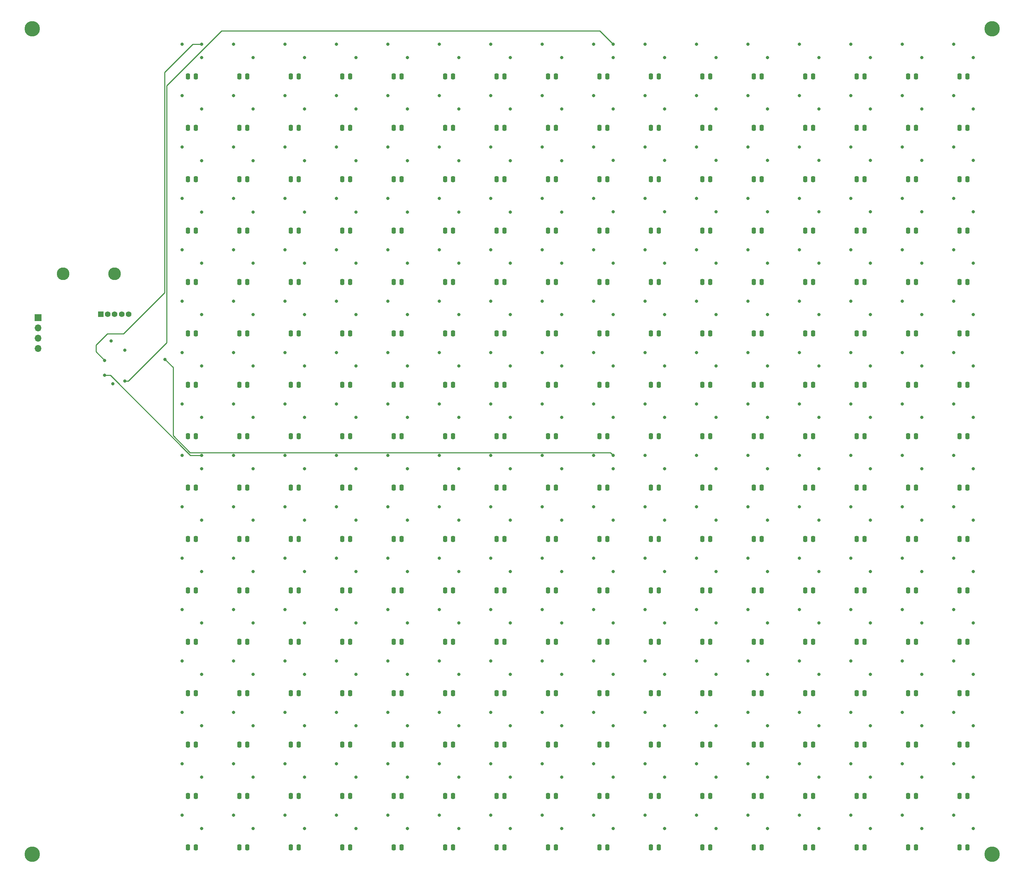
<source format=gbr>
%TF.GenerationSoftware,KiCad,Pcbnew,(7.0.0)*%
%TF.CreationDate,2023-07-18T21:48:05-06:00*%
%TF.ProjectId,led-matrix-v4,6c65642d-6d61-4747-9269-782d76342e6b,0*%
%TF.SameCoordinates,Original*%
%TF.FileFunction,Copper,L4,Bot*%
%TF.FilePolarity,Positive*%
%FSLAX46Y46*%
G04 Gerber Fmt 4.6, Leading zero omitted, Abs format (unit mm)*
G04 Created by KiCad (PCBNEW (7.0.0)) date 2023-07-18 21:48:05*
%MOMM*%
%LPD*%
G01*
G04 APERTURE LIST*
G04 Aperture macros list*
%AMRoundRect*
0 Rectangle with rounded corners*
0 $1 Rounding radius*
0 $2 $3 $4 $5 $6 $7 $8 $9 X,Y pos of 4 corners*
0 Add a 4 corners polygon primitive as box body*
4,1,4,$2,$3,$4,$5,$6,$7,$8,$9,$2,$3,0*
0 Add four circle primitives for the rounded corners*
1,1,$1+$1,$2,$3*
1,1,$1+$1,$4,$5*
1,1,$1+$1,$6,$7*
1,1,$1+$1,$8,$9*
0 Add four rect primitives between the rounded corners*
20,1,$1+$1,$2,$3,$4,$5,0*
20,1,$1+$1,$4,$5,$6,$7,0*
20,1,$1+$1,$6,$7,$8,$9,0*
20,1,$1+$1,$8,$9,$2,$3,0*%
G04 Aperture macros list end*
%TA.AperFunction,ComponentPad*%
%ADD10R,1.422400X1.422400*%
%TD*%
%TA.AperFunction,ComponentPad*%
%ADD11C,1.422400*%
%TD*%
%TA.AperFunction,ComponentPad*%
%ADD12R,1.700000X1.700000*%
%TD*%
%TA.AperFunction,ComponentPad*%
%ADD13O,1.700000X1.700000*%
%TD*%
%TA.AperFunction,ComponentPad*%
%ADD14C,3.800000*%
%TD*%
%TA.AperFunction,SMDPad,CuDef*%
%ADD15RoundRect,0.250000X0.250000X0.475000X-0.250000X0.475000X-0.250000X-0.475000X0.250000X-0.475000X0*%
%TD*%
%TA.AperFunction,ComponentPad*%
%ADD16C,3.126000*%
%TD*%
%TA.AperFunction,ViaPad*%
%ADD17C,0.800000*%
%TD*%
%TA.AperFunction,Conductor*%
%ADD18C,0.250000*%
%TD*%
G04 APERTURE END LIST*
D10*
%TO.P,PS1,1,REMOTE_ON/OFF_CTRL*%
%TO.N,unconnected-(PS1-REMOTE_ON{slash}OFF_CTRL-Pad1)*%
X60999999Y-115524999D03*
D11*
%TO.P,PS1,2,+VIN*%
%TO.N,Net-(PS1-+VIN)*%
X62700000Y-115525000D03*
%TO.P,PS1,3,GND*%
%TO.N,GND*%
X64400000Y-115525000D03*
%TO.P,PS1,4,+VOUT*%
%TO.N,VDD*%
X66100000Y-115525000D03*
%TO.P,PS1,5,OUTPUT_TRIM*%
%TO.N,Net-(PS1-OUTPUT_TRIM)*%
X67800000Y-115525000D03*
%TD*%
D12*
%TO.P,J1,1,Pin_1*%
%TO.N,Net-(J1-Pin_1)*%
X45499999Y-116399999D03*
D13*
%TO.P,J1,2,Pin_2*%
%TO.N,Net-(J1-Pin_2)*%
X45499999Y-118939999D03*
%TO.P,J1,3,Pin_3*%
%TO.N,Net-(J1-Pin_3)*%
X45499999Y-121479999D03*
%TO.P,J1,4,Pin_4*%
%TO.N,Net-(J1-Pin_4)*%
X45499999Y-124019999D03*
%TD*%
D14*
%TO.P,REF\u002A\u002A,1*%
%TO.N,GND*%
X44000000Y-45000000D03*
%TD*%
%TO.P,REF\u002A\u002A,1*%
%TO.N,GND*%
X44000000Y-249000000D03*
%TD*%
%TO.P,REF\u002A\u002A,1*%
%TO.N,GND*%
X281000000Y-45000000D03*
%TD*%
%TO.P,REF\u002A\u002A,1*%
%TO.N,GND*%
X281000000Y-249000000D03*
%TD*%
D15*
%TO.P,C228,1*%
%TO.N,VDD*%
X224100000Y-209200000D03*
%TO.P,C228,2*%
%TO.N,GND*%
X222200000Y-209200000D03*
%TD*%
%TO.P,C36,1*%
%TO.N,VDD*%
X122500000Y-107600000D03*
%TO.P,C36,2*%
%TO.N,GND*%
X120600000Y-107600000D03*
%TD*%
%TO.P,C19,1*%
%TO.N,VDD*%
X109800000Y-82200000D03*
%TO.P,C19,2*%
%TO.N,GND*%
X107900000Y-82200000D03*
%TD*%
%TO.P,C90,1*%
%TO.N,VDD*%
X160600000Y-196500000D03*
%TO.P,C90,2*%
%TO.N,GND*%
X158700000Y-196500000D03*
%TD*%
%TO.P,C208,1*%
%TO.N,VDD*%
X186000000Y-171100000D03*
%TO.P,C208,2*%
%TO.N,GND*%
X184100000Y-171100000D03*
%TD*%
%TO.P,C153,1*%
%TO.N,VDD*%
X274900000Y-94900000D03*
%TO.P,C153,2*%
%TO.N,GND*%
X273000000Y-94900000D03*
%TD*%
%TO.P,C47,1*%
%TO.N,VDD*%
X97100000Y-120300000D03*
%TO.P,C47,2*%
%TO.N,GND*%
X95200000Y-120300000D03*
%TD*%
%TO.P,C200,1*%
%TO.N,VDD*%
X274900000Y-158400000D03*
%TO.P,C200,2*%
%TO.N,GND*%
X273000000Y-158400000D03*
%TD*%
%TO.P,C28,1*%
%TO.N,VDD*%
X135200000Y-94900000D03*
%TO.P,C28,2*%
%TO.N,GND*%
X133300000Y-94900000D03*
%TD*%
%TO.P,C173,1*%
%TO.N,VDD*%
X224100000Y-120300000D03*
%TO.P,C173,2*%
%TO.N,GND*%
X222200000Y-120300000D03*
%TD*%
%TO.P,C220,1*%
%TO.N,VDD*%
X236800000Y-196500000D03*
%TO.P,C220,2*%
%TO.N,GND*%
X234900000Y-196500000D03*
%TD*%
%TO.P,C113,1*%
%TO.N,VDD*%
X84400000Y-234600000D03*
%TO.P,C113,2*%
%TO.N,GND*%
X82500000Y-234600000D03*
%TD*%
%TO.P,C100,1*%
%TO.N,VDD*%
X122500000Y-209200000D03*
%TO.P,C100,2*%
%TO.N,GND*%
X120600000Y-209200000D03*
%TD*%
%TO.P,C162,1*%
%TO.N,VDD*%
X198700000Y-107600000D03*
%TO.P,C162,2*%
%TO.N,GND*%
X196800000Y-107600000D03*
%TD*%
%TO.P,C215,1*%
%TO.N,VDD*%
X262200000Y-183800000D03*
%TO.P,C215,2*%
%TO.N,GND*%
X260300000Y-183800000D03*
%TD*%
%TO.P,C27,1*%
%TO.N,VDD*%
X147900000Y-94900000D03*
%TO.P,C27,2*%
%TO.N,GND*%
X146000000Y-94900000D03*
%TD*%
%TO.P,C53,1*%
%TO.N,VDD*%
X135200000Y-133000000D03*
%TO.P,C53,2*%
%TO.N,GND*%
X133300000Y-133000000D03*
%TD*%
%TO.P,C59,1*%
%TO.N,VDD*%
X147900000Y-145700000D03*
%TO.P,C59,2*%
%TO.N,GND*%
X146000000Y-145700000D03*
%TD*%
%TO.P,C256,1*%
%TO.N,VDD*%
X186000000Y-247300000D03*
%TO.P,C256,2*%
%TO.N,GND*%
X184100000Y-247300000D03*
%TD*%
%TO.P,C125,1*%
%TO.N,VDD*%
X122500000Y-247300000D03*
%TO.P,C125,2*%
%TO.N,GND*%
X120600000Y-247300000D03*
%TD*%
%TO.P,C23,1*%
%TO.N,VDD*%
X160600000Y-82200000D03*
%TO.P,C23,2*%
%TO.N,GND*%
X158700000Y-82200000D03*
%TD*%
%TO.P,C167,1*%
%TO.N,VDD*%
X262200000Y-107600000D03*
%TO.P,C167,2*%
%TO.N,GND*%
X260300000Y-107600000D03*
%TD*%
%TO.P,C108,1*%
%TO.N,VDD*%
X135200000Y-221900000D03*
%TO.P,C108,2*%
%TO.N,GND*%
X133300000Y-221900000D03*
%TD*%
%TO.P,C166,1*%
%TO.N,VDD*%
X249500000Y-107600000D03*
%TO.P,C166,2*%
%TO.N,GND*%
X247600000Y-107600000D03*
%TD*%
%TO.P,C52,1*%
%TO.N,VDD*%
X122500000Y-133000000D03*
%TO.P,C52,2*%
%TO.N,GND*%
X120600000Y-133000000D03*
%TD*%
%TO.P,C140,1*%
%TO.N,VDD*%
X236800000Y-69500000D03*
%TO.P,C140,2*%
%TO.N,GND*%
X234900000Y-69500000D03*
%TD*%
%TO.P,C150,1*%
%TO.N,VDD*%
X249500000Y-82200000D03*
%TO.P,C150,2*%
%TO.N,GND*%
X247600000Y-82200000D03*
%TD*%
%TO.P,C135,1*%
%TO.N,VDD*%
X262200000Y-56800000D03*
%TO.P,C135,2*%
%TO.N,GND*%
X260300000Y-56800000D03*
%TD*%
%TO.P,C211,1*%
%TO.N,VDD*%
X211400000Y-183800000D03*
%TO.P,C211,2*%
%TO.N,GND*%
X209500000Y-183800000D03*
%TD*%
%TO.P,C73,1*%
%TO.N,VDD*%
X173300000Y-171100000D03*
%TO.P,C73,2*%
%TO.N,GND*%
X171400000Y-171100000D03*
%TD*%
%TO.P,C172,1*%
%TO.N,VDD*%
X236800000Y-120300000D03*
%TO.P,C172,2*%
%TO.N,GND*%
X234900000Y-120300000D03*
%TD*%
%TO.P,C196,1*%
%TO.N,VDD*%
X224100000Y-158400000D03*
%TO.P,C196,2*%
%TO.N,GND*%
X222200000Y-158400000D03*
%TD*%
%TO.P,C199,1*%
%TO.N,VDD*%
X262200000Y-158400000D03*
%TO.P,C199,2*%
%TO.N,GND*%
X260300000Y-158400000D03*
%TD*%
%TO.P,C65,1*%
%TO.N,VDD*%
X84400000Y-158400000D03*
%TO.P,C65,2*%
%TO.N,GND*%
X82500000Y-158400000D03*
%TD*%
%TO.P,C4,1*%
%TO.N,VDD*%
X122500000Y-56800000D03*
%TO.P,C4,2*%
%TO.N,GND*%
X120600000Y-56800000D03*
%TD*%
%TO.P,C239,1*%
%TO.N,VDD*%
X198700000Y-221900000D03*
%TO.P,C239,2*%
%TO.N,GND*%
X196800000Y-221900000D03*
%TD*%
%TO.P,C78,1*%
%TO.N,VDD*%
X109800000Y-171100000D03*
%TO.P,C78,2*%
%TO.N,GND*%
X107900000Y-171100000D03*
%TD*%
%TO.P,C242,1*%
%TO.N,VDD*%
X198700000Y-234600000D03*
%TO.P,C242,2*%
%TO.N,GND*%
X196800000Y-234600000D03*
%TD*%
%TO.P,C243,1*%
%TO.N,VDD*%
X211400000Y-234600000D03*
%TO.P,C243,2*%
%TO.N,GND*%
X209500000Y-234600000D03*
%TD*%
%TO.P,C210,1*%
%TO.N,VDD*%
X198700000Y-183800000D03*
%TO.P,C210,2*%
%TO.N,GND*%
X196800000Y-183800000D03*
%TD*%
%TO.P,C88,1*%
%TO.N,VDD*%
X173300000Y-183800000D03*
%TO.P,C88,2*%
%TO.N,GND*%
X171400000Y-183800000D03*
%TD*%
%TO.P,C67,1*%
%TO.N,VDD*%
X109800000Y-158400000D03*
%TO.P,C67,2*%
%TO.N,GND*%
X107900000Y-158400000D03*
%TD*%
%TO.P,C231,1*%
%TO.N,VDD*%
X262200000Y-209200000D03*
%TO.P,C231,2*%
%TO.N,GND*%
X260300000Y-209200000D03*
%TD*%
%TO.P,C112,1*%
%TO.N,VDD*%
X84400000Y-221900000D03*
%TO.P,C112,2*%
%TO.N,GND*%
X82500000Y-221900000D03*
%TD*%
%TO.P,C136,1*%
%TO.N,VDD*%
X274900000Y-56800000D03*
%TO.P,C136,2*%
%TO.N,GND*%
X273000000Y-56800000D03*
%TD*%
%TO.P,C193,1*%
%TO.N,VDD*%
X186000000Y-158400000D03*
%TO.P,C193,2*%
%TO.N,GND*%
X184100000Y-158400000D03*
%TD*%
%TO.P,C17,1*%
%TO.N,VDD*%
X84400000Y-82200000D03*
%TO.P,C17,2*%
%TO.N,GND*%
X82500000Y-82200000D03*
%TD*%
%TO.P,C158,1*%
%TO.N,VDD*%
X211400000Y-94900000D03*
%TO.P,C158,2*%
%TO.N,GND*%
X209500000Y-94900000D03*
%TD*%
%TO.P,C160,1*%
%TO.N,VDD*%
X186000000Y-94900000D03*
%TO.P,C160,2*%
%TO.N,GND*%
X184100000Y-94900000D03*
%TD*%
%TO.P,C101,1*%
%TO.N,VDD*%
X135200000Y-209200000D03*
%TO.P,C101,2*%
%TO.N,GND*%
X133300000Y-209200000D03*
%TD*%
%TO.P,C185,1*%
%TO.N,VDD*%
X274900000Y-145700000D03*
%TO.P,C185,2*%
%TO.N,GND*%
X273000000Y-145700000D03*
%TD*%
%TO.P,C99,1*%
%TO.N,VDD*%
X109800000Y-209200000D03*
%TO.P,C99,2*%
%TO.N,GND*%
X107900000Y-209200000D03*
%TD*%
%TO.P,C76,1*%
%TO.N,VDD*%
X135200000Y-171100000D03*
%TO.P,C76,2*%
%TO.N,GND*%
X133300000Y-171100000D03*
%TD*%
%TO.P,C70,1*%
%TO.N,VDD*%
X147900000Y-158400000D03*
%TO.P,C70,2*%
%TO.N,GND*%
X146000000Y-158400000D03*
%TD*%
%TO.P,C84,1*%
%TO.N,VDD*%
X122500000Y-183800000D03*
%TO.P,C84,2*%
%TO.N,GND*%
X120600000Y-183800000D03*
%TD*%
%TO.P,C226,1*%
%TO.N,VDD*%
X198700000Y-209200000D03*
%TO.P,C226,2*%
%TO.N,GND*%
X196800000Y-209200000D03*
%TD*%
%TO.P,C72,1*%
%TO.N,VDD*%
X173300000Y-158400000D03*
%TO.P,C72,2*%
%TO.N,GND*%
X171400000Y-158400000D03*
%TD*%
%TO.P,C223,1*%
%TO.N,VDD*%
X198700000Y-196500000D03*
%TO.P,C223,2*%
%TO.N,GND*%
X196800000Y-196500000D03*
%TD*%
%TO.P,C50,1*%
%TO.N,VDD*%
X97100000Y-133000000D03*
%TO.P,C50,2*%
%TO.N,GND*%
X95200000Y-133000000D03*
%TD*%
%TO.P,C39,1*%
%TO.N,VDD*%
X160600000Y-107600000D03*
%TO.P,C39,2*%
%TO.N,GND*%
X158700000Y-107600000D03*
%TD*%
%TO.P,C41,1*%
%TO.N,VDD*%
X173300000Y-120300000D03*
%TO.P,C41,2*%
%TO.N,GND*%
X171400000Y-120300000D03*
%TD*%
%TO.P,C25,1*%
%TO.N,VDD*%
X173300000Y-94900000D03*
%TO.P,C25,2*%
%TO.N,GND*%
X171400000Y-94900000D03*
%TD*%
%TO.P,C33,1*%
%TO.N,VDD*%
X84400000Y-107600000D03*
%TO.P,C33,2*%
%TO.N,GND*%
X82500000Y-107600000D03*
%TD*%
%TO.P,C232,1*%
%TO.N,VDD*%
X274900000Y-209200000D03*
%TO.P,C232,2*%
%TO.N,GND*%
X273000000Y-209200000D03*
%TD*%
%TO.P,C109,1*%
%TO.N,VDD*%
X122500000Y-221900000D03*
%TO.P,C109,2*%
%TO.N,GND*%
X120600000Y-221900000D03*
%TD*%
%TO.P,C44,1*%
%TO.N,VDD*%
X135200000Y-120300000D03*
%TO.P,C44,2*%
%TO.N,GND*%
X133300000Y-120300000D03*
%TD*%
%TO.P,C251,1*%
%TO.N,VDD*%
X249500000Y-247300000D03*
%TO.P,C251,2*%
%TO.N,GND*%
X247600000Y-247300000D03*
%TD*%
%TO.P,C168,1*%
%TO.N,VDD*%
X274900000Y-107600000D03*
%TO.P,C168,2*%
%TO.N,GND*%
X273000000Y-107600000D03*
%TD*%
%TO.P,C130,1*%
%TO.N,VDD*%
X198700000Y-56800000D03*
%TO.P,C130,2*%
%TO.N,GND*%
X196800000Y-56800000D03*
%TD*%
%TO.P,C222,1*%
%TO.N,VDD*%
X211400000Y-196500000D03*
%TO.P,C222,2*%
%TO.N,GND*%
X209500000Y-196500000D03*
%TD*%
%TO.P,C147,1*%
%TO.N,VDD*%
X211400000Y-82200000D03*
%TO.P,C147,2*%
%TO.N,GND*%
X209500000Y-82200000D03*
%TD*%
%TO.P,C237,1*%
%TO.N,VDD*%
X224100000Y-221900000D03*
%TO.P,C237,2*%
%TO.N,GND*%
X222200000Y-221900000D03*
%TD*%
%TO.P,C82,1*%
%TO.N,VDD*%
X97100000Y-183800000D03*
%TO.P,C82,2*%
%TO.N,GND*%
X95200000Y-183800000D03*
%TD*%
%TO.P,C1,1*%
%TO.N,VDD*%
X84400000Y-56800000D03*
%TO.P,C1,2*%
%TO.N,GND*%
X82500000Y-56800000D03*
%TD*%
%TO.P,C213,1*%
%TO.N,VDD*%
X236800000Y-183800000D03*
%TO.P,C213,2*%
%TO.N,GND*%
X234900000Y-183800000D03*
%TD*%
%TO.P,C35,1*%
%TO.N,VDD*%
X109800000Y-107600000D03*
%TO.P,C35,2*%
%TO.N,GND*%
X107900000Y-107600000D03*
%TD*%
%TO.P,C77,1*%
%TO.N,VDD*%
X122500000Y-171100000D03*
%TO.P,C77,2*%
%TO.N,GND*%
X120600000Y-171100000D03*
%TD*%
%TO.P,C138,1*%
%TO.N,VDD*%
X262200000Y-69500000D03*
%TO.P,C138,2*%
%TO.N,GND*%
X260300000Y-69500000D03*
%TD*%
%TO.P,C204,1*%
%TO.N,VDD*%
X236800000Y-171100000D03*
%TO.P,C204,2*%
%TO.N,GND*%
X234900000Y-171100000D03*
%TD*%
%TO.P,C157,1*%
%TO.N,VDD*%
X224100000Y-94900000D03*
%TO.P,C157,2*%
%TO.N,GND*%
X222200000Y-94900000D03*
%TD*%
%TO.P,C155,1*%
%TO.N,VDD*%
X249500000Y-94900000D03*
%TO.P,C155,2*%
%TO.N,GND*%
X247600000Y-94900000D03*
%TD*%
%TO.P,C119,1*%
%TO.N,VDD*%
X160600000Y-234600000D03*
%TO.P,C119,2*%
%TO.N,GND*%
X158700000Y-234600000D03*
%TD*%
%TO.P,C206,1*%
%TO.N,VDD*%
X211400000Y-171100000D03*
%TO.P,C206,2*%
%TO.N,GND*%
X209500000Y-171100000D03*
%TD*%
%TO.P,C61,1*%
%TO.N,VDD*%
X122500000Y-145700000D03*
%TO.P,C61,2*%
%TO.N,GND*%
X120600000Y-145700000D03*
%TD*%
%TO.P,C207,1*%
%TO.N,VDD*%
X198700000Y-171100000D03*
%TO.P,C207,2*%
%TO.N,GND*%
X196800000Y-171100000D03*
%TD*%
%TO.P,C221,1*%
%TO.N,VDD*%
X224100000Y-196500000D03*
%TO.P,C221,2*%
%TO.N,GND*%
X222200000Y-196500000D03*
%TD*%
%TO.P,C230,1*%
%TO.N,VDD*%
X249500000Y-209200000D03*
%TO.P,C230,2*%
%TO.N,GND*%
X247600000Y-209200000D03*
%TD*%
%TO.P,C9,1*%
%TO.N,VDD*%
X173300000Y-69500000D03*
%TO.P,C9,2*%
%TO.N,GND*%
X171400000Y-69500000D03*
%TD*%
%TO.P,C79,1*%
%TO.N,VDD*%
X97100000Y-171100000D03*
%TO.P,C79,2*%
%TO.N,GND*%
X95200000Y-171100000D03*
%TD*%
%TO.P,C252,1*%
%TO.N,VDD*%
X236800000Y-247300000D03*
%TO.P,C252,2*%
%TO.N,GND*%
X234900000Y-247300000D03*
%TD*%
%TO.P,C143,1*%
%TO.N,VDD*%
X198700000Y-69500000D03*
%TO.P,C143,2*%
%TO.N,GND*%
X196800000Y-69500000D03*
%TD*%
%TO.P,C188,1*%
%TO.N,VDD*%
X236800000Y-145700000D03*
%TO.P,C188,2*%
%TO.N,GND*%
X234900000Y-145700000D03*
%TD*%
%TO.P,C121,1*%
%TO.N,VDD*%
X173300000Y-247300000D03*
%TO.P,C121,2*%
%TO.N,GND*%
X171400000Y-247300000D03*
%TD*%
%TO.P,C192,1*%
%TO.N,VDD*%
X186000000Y-145700000D03*
%TO.P,C192,2*%
%TO.N,GND*%
X184100000Y-145700000D03*
%TD*%
%TO.P,C7,1*%
%TO.N,VDD*%
X160600000Y-56800000D03*
%TO.P,C7,2*%
%TO.N,GND*%
X158700000Y-56800000D03*
%TD*%
%TO.P,C16,1*%
%TO.N,VDD*%
X84400000Y-69500000D03*
%TO.P,C16,2*%
%TO.N,GND*%
X82500000Y-69500000D03*
%TD*%
%TO.P,C152,1*%
%TO.N,VDD*%
X274900000Y-82200000D03*
%TO.P,C152,2*%
%TO.N,GND*%
X273000000Y-82200000D03*
%TD*%
%TO.P,C187,1*%
%TO.N,VDD*%
X249500000Y-145700000D03*
%TO.P,C187,2*%
%TO.N,GND*%
X247600000Y-145700000D03*
%TD*%
%TO.P,C212,1*%
%TO.N,VDD*%
X224100000Y-183800000D03*
%TO.P,C212,2*%
%TO.N,GND*%
X222200000Y-183800000D03*
%TD*%
%TO.P,C198,1*%
%TO.N,VDD*%
X249500000Y-158400000D03*
%TO.P,C198,2*%
%TO.N,GND*%
X247600000Y-158400000D03*
%TD*%
%TO.P,C194,1*%
%TO.N,VDD*%
X198700000Y-158400000D03*
%TO.P,C194,2*%
%TO.N,GND*%
X196800000Y-158400000D03*
%TD*%
%TO.P,C144,1*%
%TO.N,VDD*%
X186000000Y-69500000D03*
%TO.P,C144,2*%
%TO.N,GND*%
X184100000Y-69500000D03*
%TD*%
%TO.P,C129,1*%
%TO.N,VDD*%
X186000000Y-56800000D03*
%TO.P,C129,2*%
%TO.N,GND*%
X184100000Y-56800000D03*
%TD*%
%TO.P,C142,1*%
%TO.N,VDD*%
X211400000Y-69500000D03*
%TO.P,C142,2*%
%TO.N,GND*%
X209500000Y-69500000D03*
%TD*%
%TO.P,C191,1*%
%TO.N,VDD*%
X198700000Y-145700000D03*
%TO.P,C191,2*%
%TO.N,GND*%
X196800000Y-145700000D03*
%TD*%
%TO.P,C37,1*%
%TO.N,VDD*%
X135200000Y-107600000D03*
%TO.P,C37,2*%
%TO.N,GND*%
X133300000Y-107600000D03*
%TD*%
%TO.P,C248,1*%
%TO.N,VDD*%
X274900000Y-234600000D03*
%TO.P,C248,2*%
%TO.N,GND*%
X273000000Y-234600000D03*
%TD*%
%TO.P,C240,1*%
%TO.N,VDD*%
X186000000Y-221900000D03*
%TO.P,C240,2*%
%TO.N,GND*%
X184100000Y-221900000D03*
%TD*%
%TO.P,C159,1*%
%TO.N,VDD*%
X198700000Y-94900000D03*
%TO.P,C159,2*%
%TO.N,GND*%
X196800000Y-94900000D03*
%TD*%
%TO.P,C236,1*%
%TO.N,VDD*%
X236800000Y-221900000D03*
%TO.P,C236,2*%
%TO.N,GND*%
X234900000Y-221900000D03*
%TD*%
%TO.P,C137,1*%
%TO.N,VDD*%
X274900000Y-69500000D03*
%TO.P,C137,2*%
%TO.N,GND*%
X273000000Y-69500000D03*
%TD*%
%TO.P,C95,1*%
%TO.N,VDD*%
X97100000Y-196500000D03*
%TO.P,C95,2*%
%TO.N,GND*%
X95200000Y-196500000D03*
%TD*%
%TO.P,C224,1*%
%TO.N,VDD*%
X186000000Y-196500000D03*
%TO.P,C224,2*%
%TO.N,GND*%
X184100000Y-196500000D03*
%TD*%
%TO.P,C55,1*%
%TO.N,VDD*%
X160600000Y-133000000D03*
%TO.P,C55,2*%
%TO.N,GND*%
X158700000Y-133000000D03*
%TD*%
%TO.P,C169,1*%
%TO.N,VDD*%
X274900000Y-120300000D03*
%TO.P,C169,2*%
%TO.N,GND*%
X273000000Y-120300000D03*
%TD*%
%TO.P,C146,1*%
%TO.N,VDD*%
X198700000Y-82200000D03*
%TO.P,C146,2*%
%TO.N,GND*%
X196800000Y-82200000D03*
%TD*%
%TO.P,C132,1*%
%TO.N,VDD*%
X224100000Y-56800000D03*
%TO.P,C132,2*%
%TO.N,GND*%
X222200000Y-56800000D03*
%TD*%
%TO.P,C209,1*%
%TO.N,VDD*%
X186000000Y-183800000D03*
%TO.P,C209,2*%
%TO.N,GND*%
X184100000Y-183800000D03*
%TD*%
%TO.P,C244,1*%
%TO.N,VDD*%
X224100000Y-234600000D03*
%TO.P,C244,2*%
%TO.N,GND*%
X222200000Y-234600000D03*
%TD*%
%TO.P,C31,1*%
%TO.N,VDD*%
X97100000Y-94900000D03*
%TO.P,C31,2*%
%TO.N,GND*%
X95200000Y-94900000D03*
%TD*%
%TO.P,C64,1*%
%TO.N,VDD*%
X84400000Y-145700000D03*
%TO.P,C64,2*%
%TO.N,GND*%
X82500000Y-145700000D03*
%TD*%
%TO.P,C18,1*%
%TO.N,VDD*%
X97100000Y-82200000D03*
%TO.P,C18,2*%
%TO.N,GND*%
X95200000Y-82200000D03*
%TD*%
%TO.P,C56,1*%
%TO.N,VDD*%
X173300000Y-133000000D03*
%TO.P,C56,2*%
%TO.N,GND*%
X171400000Y-133000000D03*
%TD*%
%TO.P,C80,1*%
%TO.N,VDD*%
X84400000Y-171100000D03*
%TO.P,C80,2*%
%TO.N,GND*%
X82500000Y-171100000D03*
%TD*%
%TO.P,C134,1*%
%TO.N,VDD*%
X249500000Y-56800000D03*
%TO.P,C134,2*%
%TO.N,GND*%
X247600000Y-56800000D03*
%TD*%
%TO.P,C111,1*%
%TO.N,VDD*%
X97100000Y-221900000D03*
%TO.P,C111,2*%
%TO.N,GND*%
X95200000Y-221900000D03*
%TD*%
%TO.P,C69,1*%
%TO.N,VDD*%
X135200000Y-158400000D03*
%TO.P,C69,2*%
%TO.N,GND*%
X133300000Y-158400000D03*
%TD*%
%TO.P,C93,1*%
%TO.N,VDD*%
X122500000Y-196500000D03*
%TO.P,C93,2*%
%TO.N,GND*%
X120600000Y-196500000D03*
%TD*%
%TO.P,C184,1*%
%TO.N,VDD*%
X274900000Y-133000000D03*
%TO.P,C184,2*%
%TO.N,GND*%
X273000000Y-133000000D03*
%TD*%
%TO.P,C66,1*%
%TO.N,VDD*%
X97100000Y-158400000D03*
%TO.P,C66,2*%
%TO.N,GND*%
X95200000Y-158400000D03*
%TD*%
%TO.P,C87,1*%
%TO.N,VDD*%
X160600000Y-183800000D03*
%TO.P,C87,2*%
%TO.N,GND*%
X158700000Y-183800000D03*
%TD*%
%TO.P,C5,1*%
%TO.N,VDD*%
X135200000Y-56800000D03*
%TO.P,C5,2*%
%TO.N,GND*%
X133300000Y-56800000D03*
%TD*%
%TO.P,C171,1*%
%TO.N,VDD*%
X249500000Y-120300000D03*
%TO.P,C171,2*%
%TO.N,GND*%
X247600000Y-120300000D03*
%TD*%
%TO.P,C20,1*%
%TO.N,VDD*%
X122500000Y-82200000D03*
%TO.P,C20,2*%
%TO.N,GND*%
X120600000Y-82200000D03*
%TD*%
%TO.P,C68,1*%
%TO.N,VDD*%
X122500000Y-158400000D03*
%TO.P,C68,2*%
%TO.N,GND*%
X120600000Y-158400000D03*
%TD*%
%TO.P,C81,1*%
%TO.N,VDD*%
X84400000Y-183800000D03*
%TO.P,C81,2*%
%TO.N,GND*%
X82500000Y-183800000D03*
%TD*%
%TO.P,C156,1*%
%TO.N,VDD*%
X236800000Y-94900000D03*
%TO.P,C156,2*%
%TO.N,GND*%
X234900000Y-94900000D03*
%TD*%
%TO.P,C107,1*%
%TO.N,VDD*%
X147900000Y-221900000D03*
%TO.P,C107,2*%
%TO.N,GND*%
X146000000Y-221900000D03*
%TD*%
%TO.P,C98,1*%
%TO.N,VDD*%
X97100000Y-209200000D03*
%TO.P,C98,2*%
%TO.N,GND*%
X95200000Y-209200000D03*
%TD*%
%TO.P,C216,1*%
%TO.N,VDD*%
X274900000Y-183800000D03*
%TO.P,C216,2*%
%TO.N,GND*%
X273000000Y-183800000D03*
%TD*%
%TO.P,C63,1*%
%TO.N,VDD*%
X97100000Y-145700000D03*
%TO.P,C63,2*%
%TO.N,GND*%
X95200000Y-145700000D03*
%TD*%
%TO.P,C13,1*%
%TO.N,VDD*%
X122500000Y-69500000D03*
%TO.P,C13,2*%
%TO.N,GND*%
X120600000Y-69500000D03*
%TD*%
%TO.P,C180,1*%
%TO.N,VDD*%
X224100000Y-133000000D03*
%TO.P,C180,2*%
%TO.N,GND*%
X222200000Y-133000000D03*
%TD*%
%TO.P,C106,1*%
%TO.N,VDD*%
X160600000Y-221900000D03*
%TO.P,C106,2*%
%TO.N,GND*%
X158700000Y-221900000D03*
%TD*%
%TO.P,C15,1*%
%TO.N,VDD*%
X97100000Y-69500000D03*
%TO.P,C15,2*%
%TO.N,GND*%
X95200000Y-69500000D03*
%TD*%
%TO.P,C38,1*%
%TO.N,VDD*%
X147900000Y-107600000D03*
%TO.P,C38,2*%
%TO.N,GND*%
X146000000Y-107600000D03*
%TD*%
%TO.P,C22,1*%
%TO.N,VDD*%
X147900000Y-82200000D03*
%TO.P,C22,2*%
%TO.N,GND*%
X146000000Y-82200000D03*
%TD*%
%TO.P,C115,1*%
%TO.N,VDD*%
X109800000Y-234600000D03*
%TO.P,C115,2*%
%TO.N,GND*%
X107900000Y-234600000D03*
%TD*%
%TO.P,C148,1*%
%TO.N,VDD*%
X224100000Y-82200000D03*
%TO.P,C148,2*%
%TO.N,GND*%
X222200000Y-82200000D03*
%TD*%
%TO.P,C49,1*%
%TO.N,VDD*%
X84400000Y-133000000D03*
%TO.P,C49,2*%
%TO.N,GND*%
X82500000Y-133000000D03*
%TD*%
%TO.P,C190,1*%
%TO.N,VDD*%
X211400000Y-145700000D03*
%TO.P,C190,2*%
%TO.N,GND*%
X209500000Y-145700000D03*
%TD*%
%TO.P,C58,1*%
%TO.N,VDD*%
X160600000Y-145700000D03*
%TO.P,C58,2*%
%TO.N,GND*%
X158700000Y-145700000D03*
%TD*%
%TO.P,C197,1*%
%TO.N,VDD*%
X236800000Y-158400000D03*
%TO.P,C197,2*%
%TO.N,GND*%
X234900000Y-158400000D03*
%TD*%
%TO.P,C118,1*%
%TO.N,VDD*%
X147900000Y-234600000D03*
%TO.P,C118,2*%
%TO.N,GND*%
X146000000Y-234600000D03*
%TD*%
%TO.P,C149,1*%
%TO.N,VDD*%
X236800000Y-82200000D03*
%TO.P,C149,2*%
%TO.N,GND*%
X234900000Y-82200000D03*
%TD*%
%TO.P,C57,1*%
%TO.N,VDD*%
X173300000Y-145700000D03*
%TO.P,C57,2*%
%TO.N,GND*%
X171400000Y-145700000D03*
%TD*%
%TO.P,C219,1*%
%TO.N,VDD*%
X249500000Y-196500000D03*
%TO.P,C219,2*%
%TO.N,GND*%
X247600000Y-196500000D03*
%TD*%
%TO.P,C189,1*%
%TO.N,VDD*%
X224100000Y-145700000D03*
%TO.P,C189,2*%
%TO.N,GND*%
X222200000Y-145700000D03*
%TD*%
%TO.P,C127,1*%
%TO.N,VDD*%
X97100000Y-247300000D03*
%TO.P,C127,2*%
%TO.N,GND*%
X95200000Y-247300000D03*
%TD*%
%TO.P,C203,1*%
%TO.N,VDD*%
X249500000Y-171100000D03*
%TO.P,C203,2*%
%TO.N,GND*%
X247600000Y-171100000D03*
%TD*%
%TO.P,C235,1*%
%TO.N,VDD*%
X249500000Y-221900000D03*
%TO.P,C235,2*%
%TO.N,GND*%
X247600000Y-221900000D03*
%TD*%
%TO.P,C30,1*%
%TO.N,VDD*%
X109800000Y-94900000D03*
%TO.P,C30,2*%
%TO.N,GND*%
X107900000Y-94900000D03*
%TD*%
%TO.P,C42,1*%
%TO.N,VDD*%
X160600000Y-120300000D03*
%TO.P,C42,2*%
%TO.N,GND*%
X158700000Y-120300000D03*
%TD*%
%TO.P,C54,1*%
%TO.N,VDD*%
X147900000Y-133000000D03*
%TO.P,C54,2*%
%TO.N,GND*%
X146000000Y-133000000D03*
%TD*%
%TO.P,C181,1*%
%TO.N,VDD*%
X236800000Y-133000000D03*
%TO.P,C181,2*%
%TO.N,GND*%
X234900000Y-133000000D03*
%TD*%
%TO.P,C46,1*%
%TO.N,VDD*%
X109800000Y-120300000D03*
%TO.P,C46,2*%
%TO.N,GND*%
X107900000Y-120300000D03*
%TD*%
%TO.P,C126,1*%
%TO.N,VDD*%
X109800000Y-247300000D03*
%TO.P,C126,2*%
%TO.N,GND*%
X107900000Y-247300000D03*
%TD*%
%TO.P,C2,1*%
%TO.N,VDD*%
X97100000Y-56800000D03*
%TO.P,C2,2*%
%TO.N,GND*%
X95200000Y-56800000D03*
%TD*%
%TO.P,C8,1*%
%TO.N,VDD*%
X173300000Y-56800000D03*
%TO.P,C8,2*%
%TO.N,GND*%
X171400000Y-56800000D03*
%TD*%
%TO.P,C154,1*%
%TO.N,VDD*%
X262200000Y-94900000D03*
%TO.P,C154,2*%
%TO.N,GND*%
X260300000Y-94900000D03*
%TD*%
%TO.P,C225,1*%
%TO.N,VDD*%
X186000000Y-209200000D03*
%TO.P,C225,2*%
%TO.N,GND*%
X184100000Y-209200000D03*
%TD*%
%TO.P,C250,1*%
%TO.N,VDD*%
X262200000Y-247300000D03*
%TO.P,C250,2*%
%TO.N,GND*%
X260300000Y-247300000D03*
%TD*%
%TO.P,C164,1*%
%TO.N,VDD*%
X224100000Y-107600000D03*
%TO.P,C164,2*%
%TO.N,GND*%
X222200000Y-107600000D03*
%TD*%
%TO.P,C247,1*%
%TO.N,VDD*%
X262200000Y-234600000D03*
%TO.P,C247,2*%
%TO.N,GND*%
X260300000Y-234600000D03*
%TD*%
%TO.P,C89,1*%
%TO.N,VDD*%
X173300000Y-196500000D03*
%TO.P,C89,2*%
%TO.N,GND*%
X171400000Y-196500000D03*
%TD*%
%TO.P,C92,1*%
%TO.N,VDD*%
X135200000Y-196500000D03*
%TO.P,C92,2*%
%TO.N,GND*%
X133300000Y-196500000D03*
%TD*%
%TO.P,C94,1*%
%TO.N,VDD*%
X109800000Y-196500000D03*
%TO.P,C94,2*%
%TO.N,GND*%
X107900000Y-196500000D03*
%TD*%
%TO.P,C217,1*%
%TO.N,VDD*%
X274900000Y-196500000D03*
%TO.P,C217,2*%
%TO.N,GND*%
X273000000Y-196500000D03*
%TD*%
%TO.P,C12,1*%
%TO.N,VDD*%
X135200000Y-69500000D03*
%TO.P,C12,2*%
%TO.N,GND*%
X133300000Y-69500000D03*
%TD*%
%TO.P,C43,1*%
%TO.N,VDD*%
X147900000Y-120300000D03*
%TO.P,C43,2*%
%TO.N,GND*%
X146000000Y-120300000D03*
%TD*%
%TO.P,C34,1*%
%TO.N,VDD*%
X97100000Y-107600000D03*
%TO.P,C34,2*%
%TO.N,GND*%
X95200000Y-107600000D03*
%TD*%
%TO.P,C234,1*%
%TO.N,VDD*%
X262200000Y-221900000D03*
%TO.P,C234,2*%
%TO.N,GND*%
X260300000Y-221900000D03*
%TD*%
%TO.P,C227,1*%
%TO.N,VDD*%
X211400000Y-209200000D03*
%TO.P,C227,2*%
%TO.N,GND*%
X209500000Y-209200000D03*
%TD*%
%TO.P,C201,1*%
%TO.N,VDD*%
X274900000Y-171100000D03*
%TO.P,C201,2*%
%TO.N,GND*%
X273000000Y-171100000D03*
%TD*%
%TO.P,C122,1*%
%TO.N,VDD*%
X160600000Y-247300000D03*
%TO.P,C122,2*%
%TO.N,GND*%
X158700000Y-247300000D03*
%TD*%
%TO.P,C86,1*%
%TO.N,VDD*%
X147900000Y-183800000D03*
%TO.P,C86,2*%
%TO.N,GND*%
X146000000Y-183800000D03*
%TD*%
%TO.P,C179,1*%
%TO.N,VDD*%
X211400000Y-133000000D03*
%TO.P,C179,2*%
%TO.N,GND*%
X209500000Y-133000000D03*
%TD*%
%TO.P,C195,1*%
%TO.N,VDD*%
X211400000Y-158400000D03*
%TO.P,C195,2*%
%TO.N,GND*%
X209500000Y-158400000D03*
%TD*%
%TO.P,C139,1*%
%TO.N,VDD*%
X249500000Y-69500000D03*
%TO.P,C139,2*%
%TO.N,GND*%
X247600000Y-69500000D03*
%TD*%
%TO.P,C29,1*%
%TO.N,VDD*%
X122500000Y-94900000D03*
%TO.P,C29,2*%
%TO.N,GND*%
X120600000Y-94900000D03*
%TD*%
%TO.P,C253,1*%
%TO.N,VDD*%
X224100000Y-247300000D03*
%TO.P,C253,2*%
%TO.N,GND*%
X222200000Y-247300000D03*
%TD*%
%TO.P,C104,1*%
%TO.N,VDD*%
X173300000Y-209200000D03*
%TO.P,C104,2*%
%TO.N,GND*%
X171400000Y-209200000D03*
%TD*%
%TO.P,C85,1*%
%TO.N,VDD*%
X135200000Y-183800000D03*
%TO.P,C85,2*%
%TO.N,GND*%
X133300000Y-183800000D03*
%TD*%
%TO.P,C48,1*%
%TO.N,VDD*%
X84400000Y-120300000D03*
%TO.P,C48,2*%
%TO.N,GND*%
X82500000Y-120300000D03*
%TD*%
%TO.P,C178,1*%
%TO.N,VDD*%
X198700000Y-133000000D03*
%TO.P,C178,2*%
%TO.N,GND*%
X196800000Y-133000000D03*
%TD*%
%TO.P,C21,1*%
%TO.N,VDD*%
X135200000Y-82200000D03*
%TO.P,C21,2*%
%TO.N,GND*%
X133300000Y-82200000D03*
%TD*%
%TO.P,C255,1*%
%TO.N,VDD*%
X198700000Y-247300000D03*
%TO.P,C255,2*%
%TO.N,GND*%
X196800000Y-247300000D03*
%TD*%
%TO.P,C249,1*%
%TO.N,VDD*%
X274900000Y-247300000D03*
%TO.P,C249,2*%
%TO.N,GND*%
X273000000Y-247300000D03*
%TD*%
%TO.P,C202,1*%
%TO.N,VDD*%
X262200000Y-171100000D03*
%TO.P,C202,2*%
%TO.N,GND*%
X260300000Y-171100000D03*
%TD*%
%TO.P,C218,1*%
%TO.N,VDD*%
X262200000Y-196500000D03*
%TO.P,C218,2*%
%TO.N,GND*%
X260300000Y-196500000D03*
%TD*%
%TO.P,C105,1*%
%TO.N,VDD*%
X173300000Y-221900000D03*
%TO.P,C105,2*%
%TO.N,GND*%
X171400000Y-221900000D03*
%TD*%
%TO.P,C10,1*%
%TO.N,VDD*%
X160600000Y-69500000D03*
%TO.P,C10,2*%
%TO.N,GND*%
X158700000Y-69500000D03*
%TD*%
%TO.P,C102,1*%
%TO.N,VDD*%
X147900000Y-209200000D03*
%TO.P,C102,2*%
%TO.N,GND*%
X146000000Y-209200000D03*
%TD*%
%TO.P,C103,1*%
%TO.N,VDD*%
X160600000Y-209200000D03*
%TO.P,C103,2*%
%TO.N,GND*%
X158700000Y-209200000D03*
%TD*%
%TO.P,C110,1*%
%TO.N,VDD*%
X109800000Y-221900000D03*
%TO.P,C110,2*%
%TO.N,GND*%
X107900000Y-221900000D03*
%TD*%
%TO.P,C71,1*%
%TO.N,VDD*%
X160600000Y-158400000D03*
%TO.P,C71,2*%
%TO.N,GND*%
X158700000Y-158400000D03*
%TD*%
D16*
%TO.P,BT1,N*%
%TO.N,GND*%
X51700000Y-105600000D03*
%TO.P,BT1,P*%
%TO.N,Net-(PS1-+VIN)*%
X64400000Y-105600000D03*
%TD*%
D15*
%TO.P,C11,1*%
%TO.N,VDD*%
X147900000Y-69500000D03*
%TO.P,C11,2*%
%TO.N,GND*%
X146000000Y-69500000D03*
%TD*%
%TO.P,C97,1*%
%TO.N,VDD*%
X84400000Y-209200000D03*
%TO.P,C97,2*%
%TO.N,GND*%
X82500000Y-209200000D03*
%TD*%
%TO.P,C74,1*%
%TO.N,VDD*%
X160600000Y-171100000D03*
%TO.P,C74,2*%
%TO.N,GND*%
X158700000Y-171100000D03*
%TD*%
%TO.P,C233,1*%
%TO.N,VDD*%
X274900000Y-221900000D03*
%TO.P,C233,2*%
%TO.N,GND*%
X273000000Y-221900000D03*
%TD*%
%TO.P,C114,1*%
%TO.N,VDD*%
X97100000Y-234600000D03*
%TO.P,C114,2*%
%TO.N,GND*%
X95200000Y-234600000D03*
%TD*%
%TO.P,C124,1*%
%TO.N,VDD*%
X135200000Y-247300000D03*
%TO.P,C124,2*%
%TO.N,GND*%
X133300000Y-247300000D03*
%TD*%
%TO.P,C254,1*%
%TO.N,VDD*%
X211400000Y-247300000D03*
%TO.P,C254,2*%
%TO.N,GND*%
X209500000Y-247300000D03*
%TD*%
%TO.P,C117,1*%
%TO.N,VDD*%
X135200000Y-234600000D03*
%TO.P,C117,2*%
%TO.N,GND*%
X133300000Y-234600000D03*
%TD*%
%TO.P,C177,1*%
%TO.N,VDD*%
X186000000Y-133000000D03*
%TO.P,C177,2*%
%TO.N,GND*%
X184100000Y-133000000D03*
%TD*%
%TO.P,C51,1*%
%TO.N,VDD*%
X109800000Y-133000000D03*
%TO.P,C51,2*%
%TO.N,GND*%
X107900000Y-133000000D03*
%TD*%
%TO.P,C123,1*%
%TO.N,VDD*%
X147900000Y-247300000D03*
%TO.P,C123,2*%
%TO.N,GND*%
X146000000Y-247300000D03*
%TD*%
%TO.P,C83,1*%
%TO.N,VDD*%
X109800000Y-183800000D03*
%TO.P,C83,2*%
%TO.N,GND*%
X107900000Y-183800000D03*
%TD*%
%TO.P,C141,1*%
%TO.N,VDD*%
X224100000Y-69500000D03*
%TO.P,C141,2*%
%TO.N,GND*%
X222200000Y-69500000D03*
%TD*%
%TO.P,C40,1*%
%TO.N,VDD*%
X173300000Y-107600000D03*
%TO.P,C40,2*%
%TO.N,GND*%
X171400000Y-107600000D03*
%TD*%
%TO.P,C62,1*%
%TO.N,VDD*%
X109800000Y-145700000D03*
%TO.P,C62,2*%
%TO.N,GND*%
X107900000Y-145700000D03*
%TD*%
%TO.P,C163,1*%
%TO.N,VDD*%
X211400000Y-107600000D03*
%TO.P,C163,2*%
%TO.N,GND*%
X209500000Y-107600000D03*
%TD*%
%TO.P,C26,1*%
%TO.N,VDD*%
X160600000Y-94900000D03*
%TO.P,C26,2*%
%TO.N,GND*%
X158700000Y-94900000D03*
%TD*%
%TO.P,C245,1*%
%TO.N,VDD*%
X236800000Y-234600000D03*
%TO.P,C245,2*%
%TO.N,GND*%
X234900000Y-234600000D03*
%TD*%
%TO.P,C14,1*%
%TO.N,VDD*%
X109800000Y-69500000D03*
%TO.P,C14,2*%
%TO.N,GND*%
X107900000Y-69500000D03*
%TD*%
%TO.P,C120,1*%
%TO.N,VDD*%
X173300000Y-234600000D03*
%TO.P,C120,2*%
%TO.N,GND*%
X171400000Y-234600000D03*
%TD*%
%TO.P,C3,1*%
%TO.N,VDD*%
X109800000Y-56800000D03*
%TO.P,C3,2*%
%TO.N,GND*%
X107900000Y-56800000D03*
%TD*%
%TO.P,C60,1*%
%TO.N,VDD*%
X135200000Y-145700000D03*
%TO.P,C60,2*%
%TO.N,GND*%
X133300000Y-145700000D03*
%TD*%
%TO.P,C170,1*%
%TO.N,VDD*%
X262200000Y-120300000D03*
%TO.P,C170,2*%
%TO.N,GND*%
X260300000Y-120300000D03*
%TD*%
%TO.P,C32,1*%
%TO.N,VDD*%
X84400000Y-94900000D03*
%TO.P,C32,2*%
%TO.N,GND*%
X82500000Y-94900000D03*
%TD*%
%TO.P,C186,1*%
%TO.N,VDD*%
X262200000Y-145700000D03*
%TO.P,C186,2*%
%TO.N,GND*%
X260300000Y-145700000D03*
%TD*%
%TO.P,C182,1*%
%TO.N,VDD*%
X249500000Y-133000000D03*
%TO.P,C182,2*%
%TO.N,GND*%
X247600000Y-133000000D03*
%TD*%
%TO.P,C75,1*%
%TO.N,VDD*%
X147900000Y-171100000D03*
%TO.P,C75,2*%
%TO.N,GND*%
X146000000Y-171100000D03*
%TD*%
%TO.P,C96,1*%
%TO.N,VDD*%
X84400000Y-196500000D03*
%TO.P,C96,2*%
%TO.N,GND*%
X82500000Y-196500000D03*
%TD*%
%TO.P,C175,1*%
%TO.N,VDD*%
X198700000Y-120300000D03*
%TO.P,C175,2*%
%TO.N,GND*%
X196800000Y-120300000D03*
%TD*%
%TO.P,C246,1*%
%TO.N,VDD*%
X249500000Y-234600000D03*
%TO.P,C246,2*%
%TO.N,GND*%
X247600000Y-234600000D03*
%TD*%
%TO.P,C214,1*%
%TO.N,VDD*%
X249500000Y-183800000D03*
%TO.P,C214,2*%
%TO.N,GND*%
X247600000Y-183800000D03*
%TD*%
%TO.P,C6,1*%
%TO.N,VDD*%
X147900000Y-56800000D03*
%TO.P,C6,2*%
%TO.N,GND*%
X146000000Y-56800000D03*
%TD*%
%TO.P,C183,1*%
%TO.N,VDD*%
X262200000Y-133000000D03*
%TO.P,C183,2*%
%TO.N,GND*%
X260300000Y-133000000D03*
%TD*%
%TO.P,C176,1*%
%TO.N,VDD*%
X186000000Y-120300000D03*
%TO.P,C176,2*%
%TO.N,GND*%
X184100000Y-120300000D03*
%TD*%
%TO.P,C131,1*%
%TO.N,VDD*%
X211400000Y-56800000D03*
%TO.P,C131,2*%
%TO.N,GND*%
X209500000Y-56800000D03*
%TD*%
%TO.P,C238,1*%
%TO.N,VDD*%
X211400000Y-221900000D03*
%TO.P,C238,2*%
%TO.N,GND*%
X209500000Y-221900000D03*
%TD*%
%TO.P,C229,1*%
%TO.N,VDD*%
X236800000Y-209200000D03*
%TO.P,C229,2*%
%TO.N,GND*%
X234900000Y-209200000D03*
%TD*%
%TO.P,C205,1*%
%TO.N,VDD*%
X224100000Y-171100000D03*
%TO.P,C205,2*%
%TO.N,GND*%
X222200000Y-171100000D03*
%TD*%
%TO.P,C45,1*%
%TO.N,VDD*%
X122500000Y-120300000D03*
%TO.P,C45,2*%
%TO.N,GND*%
X120600000Y-120300000D03*
%TD*%
%TO.P,C165,1*%
%TO.N,VDD*%
X236800000Y-107600000D03*
%TO.P,C165,2*%
%TO.N,GND*%
X234900000Y-107600000D03*
%TD*%
%TO.P,C133,1*%
%TO.N,VDD*%
X236800000Y-56800000D03*
%TO.P,C133,2*%
%TO.N,GND*%
X234900000Y-56800000D03*
%TD*%
%TO.P,C24,1*%
%TO.N,VDD*%
X173300000Y-82200000D03*
%TO.P,C24,2*%
%TO.N,GND*%
X171400000Y-82200000D03*
%TD*%
%TO.P,C174,1*%
%TO.N,VDD*%
X211400000Y-120300000D03*
%TO.P,C174,2*%
%TO.N,GND*%
X209500000Y-120300000D03*
%TD*%
%TO.P,C128,1*%
%TO.N,VDD*%
X84400000Y-247300000D03*
%TO.P,C128,2*%
%TO.N,GND*%
X82500000Y-247300000D03*
%TD*%
%TO.P,C91,1*%
%TO.N,VDD*%
X147900000Y-196500000D03*
%TO.P,C91,2*%
%TO.N,GND*%
X146000000Y-196500000D03*
%TD*%
%TO.P,C241,1*%
%TO.N,VDD*%
X186000000Y-234600000D03*
%TO.P,C241,2*%
%TO.N,GND*%
X184100000Y-234600000D03*
%TD*%
%TO.P,C161,1*%
%TO.N,VDD*%
X186000000Y-107600000D03*
%TO.P,C161,2*%
%TO.N,GND*%
X184100000Y-107600000D03*
%TD*%
%TO.P,C151,1*%
%TO.N,VDD*%
X262200000Y-82200000D03*
%TO.P,C151,2*%
%TO.N,GND*%
X260300000Y-82200000D03*
%TD*%
%TO.P,C145,1*%
%TO.N,VDD*%
X186000000Y-82200000D03*
%TO.P,C145,2*%
%TO.N,GND*%
X184100000Y-82200000D03*
%TD*%
%TO.P,C116,1*%
%TO.N,VDD*%
X122500000Y-234600000D03*
%TO.P,C116,2*%
%TO.N,GND*%
X120600000Y-234600000D03*
%TD*%
D17*
%TO.N,VDD*%
X271500000Y-163150000D03*
X131800000Y-150450000D03*
X81000000Y-74250000D03*
X81000000Y-137750000D03*
X106400000Y-201250000D03*
X258800000Y-74250000D03*
X233400000Y-74250000D03*
X131800000Y-163150000D03*
X119100000Y-61550000D03*
X93700000Y-137750000D03*
X157200000Y-213950000D03*
X144500000Y-201250000D03*
X81000000Y-112350000D03*
X220700000Y-239350000D03*
X119100000Y-188550000D03*
X144500000Y-163150000D03*
X131800000Y-86950000D03*
X271500000Y-125050000D03*
X195300000Y-125050000D03*
X246100000Y-175850000D03*
X157200000Y-125050000D03*
X157200000Y-201250000D03*
X195300000Y-74250000D03*
X208000000Y-201250000D03*
X195300000Y-163150000D03*
X119100000Y-213950000D03*
X208000000Y-48850000D03*
X271500000Y-99650000D03*
X93700000Y-226650000D03*
X258800000Y-48850000D03*
X233400000Y-125050000D03*
X220700000Y-150450000D03*
X195300000Y-112350000D03*
X220700000Y-213950000D03*
X169900000Y-48850000D03*
X157200000Y-99650000D03*
X93700000Y-239350000D03*
X169900000Y-137750000D03*
X195300000Y-99650000D03*
X157200000Y-74250000D03*
X182600000Y-74250000D03*
X195300000Y-86950000D03*
X233400000Y-226650000D03*
X93700000Y-61550000D03*
X271500000Y-226650000D03*
X169900000Y-125050000D03*
X169900000Y-99650000D03*
X258800000Y-239350000D03*
X271500000Y-188550000D03*
X182600000Y-99650000D03*
X81000000Y-163150000D03*
X195300000Y-239350000D03*
X246100000Y-99650000D03*
X106400000Y-188550000D03*
X258800000Y-201250000D03*
X144500000Y-99650000D03*
X182600000Y-226650000D03*
X157200000Y-150450000D03*
X119100000Y-74250000D03*
X169900000Y-188550000D03*
X271500000Y-137750000D03*
X233400000Y-163150000D03*
X93700000Y-99650000D03*
X131800000Y-99650000D03*
X106400000Y-150450000D03*
X169900000Y-112350000D03*
X258800000Y-175850000D03*
X106400000Y-48850000D03*
X195300000Y-137750000D03*
X246100000Y-61550000D03*
X144500000Y-175850000D03*
X258800000Y-163150000D03*
X220700000Y-137750000D03*
X119100000Y-112350000D03*
X106400000Y-213950000D03*
X208000000Y-188550000D03*
X106400000Y-99650000D03*
X246100000Y-239350000D03*
X233400000Y-213950000D03*
X119100000Y-125050000D03*
X258800000Y-125050000D03*
X246100000Y-137750000D03*
X144500000Y-213950000D03*
X106400000Y-137750000D03*
X106400000Y-125050000D03*
X233400000Y-112350000D03*
X246100000Y-188550000D03*
X220700000Y-226650000D03*
X106400000Y-163150000D03*
X169900000Y-226650000D03*
X208000000Y-99650000D03*
X258800000Y-226650000D03*
X93700000Y-48850000D03*
X144500000Y-150450000D03*
X182600000Y-61550000D03*
X131800000Y-239350000D03*
X182600000Y-150450000D03*
X144500000Y-188550000D03*
X195300000Y-226650000D03*
X258800000Y-112350000D03*
X169900000Y-175850000D03*
X220700000Y-175850000D03*
X233400000Y-239350000D03*
X246100000Y-112350000D03*
X258800000Y-137750000D03*
X233400000Y-150450000D03*
X271500000Y-48850000D03*
X119100000Y-163150000D03*
X208000000Y-137750000D03*
X271500000Y-201250000D03*
X195300000Y-201250000D03*
X246100000Y-163150000D03*
X131800000Y-188550000D03*
X233400000Y-137750000D03*
X208000000Y-150450000D03*
X157200000Y-86950000D03*
X144500000Y-61550000D03*
X208000000Y-175850000D03*
X93700000Y-74250000D03*
X131800000Y-201250000D03*
X157200000Y-226650000D03*
X182600000Y-213950000D03*
X271500000Y-175850000D03*
X220700000Y-201250000D03*
X131800000Y-226650000D03*
X144500000Y-137750000D03*
X271500000Y-213950000D03*
X81000000Y-226650000D03*
X106400000Y-112350000D03*
X119100000Y-201250000D03*
X182600000Y-239350000D03*
X106400000Y-226650000D03*
X157200000Y-163150000D03*
X93700000Y-150450000D03*
X233400000Y-188550000D03*
X157200000Y-48850000D03*
X119100000Y-99650000D03*
X271500000Y-150450000D03*
X157200000Y-112350000D03*
X195300000Y-48850000D03*
X106400000Y-86950000D03*
X271500000Y-112350000D03*
X182600000Y-112350000D03*
X81000000Y-175850000D03*
X81000000Y-125050000D03*
X233400000Y-99650000D03*
X106400000Y-61550000D03*
X246100000Y-213950000D03*
X258800000Y-86950000D03*
X144500000Y-125050000D03*
X246100000Y-74250000D03*
X144500000Y-112350000D03*
X131800000Y-112350000D03*
X81000000Y-61550000D03*
X182600000Y-125050000D03*
X144500000Y-74250000D03*
X93700000Y-188550000D03*
X271500000Y-86950000D03*
X208000000Y-125050000D03*
X119100000Y-175850000D03*
X258800000Y-99650000D03*
X81000000Y-48850000D03*
X246100000Y-201250000D03*
X169900000Y-86950000D03*
X233400000Y-201250000D03*
X246100000Y-226650000D03*
X81000000Y-213950000D03*
X195300000Y-61550000D03*
X220700000Y-48850000D03*
X119100000Y-137750000D03*
X220700000Y-61550000D03*
X81000000Y-239350000D03*
X157200000Y-137750000D03*
X182600000Y-48850000D03*
X169900000Y-239350000D03*
X119100000Y-226650000D03*
X195300000Y-150450000D03*
X131800000Y-213950000D03*
X271500000Y-61550000D03*
X246100000Y-150450000D03*
X258800000Y-61550000D03*
X93700000Y-86950000D03*
X208000000Y-74250000D03*
X93700000Y-201250000D03*
X208000000Y-213950000D03*
X157200000Y-188550000D03*
X246100000Y-48850000D03*
X233400000Y-48850000D03*
X93700000Y-163150000D03*
X144500000Y-48850000D03*
X246100000Y-86950000D03*
X258800000Y-188550000D03*
X182600000Y-188550000D03*
X195300000Y-188550000D03*
X157200000Y-239350000D03*
X119100000Y-86950000D03*
X182600000Y-86950000D03*
X208000000Y-239350000D03*
X93700000Y-125050000D03*
X93700000Y-175850000D03*
X119100000Y-150450000D03*
X258800000Y-213950000D03*
X182600000Y-137750000D03*
X233400000Y-175850000D03*
X106400000Y-74250000D03*
X208000000Y-112350000D03*
X131800000Y-125050000D03*
X220700000Y-125050000D03*
X220700000Y-188550000D03*
X233400000Y-61550000D03*
X195300000Y-175850000D03*
X131800000Y-175850000D03*
X220700000Y-163150000D03*
X66863800Y-124415000D03*
X182600000Y-175850000D03*
X208000000Y-226650000D03*
X169900000Y-150450000D03*
X93700000Y-112350000D03*
X182600000Y-163150000D03*
X208000000Y-86950000D03*
X169900000Y-74250000D03*
X157200000Y-61550000D03*
X195300000Y-213950000D03*
X93700000Y-213950000D03*
X208000000Y-163150000D03*
X106400000Y-175850000D03*
X144500000Y-86950000D03*
X131800000Y-61550000D03*
X119100000Y-48850000D03*
X233400000Y-86950000D03*
X81000000Y-188550000D03*
X271500000Y-74250000D03*
X169900000Y-163150000D03*
X220700000Y-112350000D03*
X131800000Y-48850000D03*
X220700000Y-86950000D03*
X169900000Y-213950000D03*
X81000000Y-99650000D03*
X144500000Y-239350000D03*
X182600000Y-201250000D03*
X258800000Y-150450000D03*
X157200000Y-175850000D03*
X271500000Y-239350000D03*
X81000000Y-150450000D03*
X81000000Y-201250000D03*
X220700000Y-74250000D03*
X208000000Y-61550000D03*
X169900000Y-201250000D03*
X106400000Y-239350000D03*
X169900000Y-61550000D03*
X220700000Y-99650000D03*
X131800000Y-137750000D03*
X81000000Y-86950000D03*
X119100000Y-239350000D03*
X246100000Y-125050000D03*
X131800000Y-74250000D03*
X144500000Y-226650000D03*
X84400000Y-183800000D03*
X97100000Y-94900000D03*
X160600000Y-145700000D03*
X198700000Y-94900000D03*
X135200000Y-56800000D03*
X84400000Y-196500000D03*
X147900000Y-56800000D03*
X173300000Y-221900000D03*
X160600000Y-158400000D03*
X236800000Y-183800000D03*
X147900000Y-69500000D03*
X274900000Y-82200000D03*
X236800000Y-69500000D03*
X224100000Y-145700000D03*
X186000000Y-69500000D03*
X109800000Y-221900000D03*
X173300000Y-133000000D03*
X198700000Y-196500000D03*
X198700000Y-120300000D03*
X97100000Y-196500000D03*
X224100000Y-133000000D03*
X160600000Y-183800000D03*
X274900000Y-107600000D03*
X186000000Y-82200000D03*
X135200000Y-107600000D03*
X84400000Y-158400000D03*
X135200000Y-120300000D03*
X224100000Y-120300000D03*
X224100000Y-196500000D03*
X109800000Y-171100000D03*
X186000000Y-221900000D03*
X97100000Y-209200000D03*
X211400000Y-107600000D03*
X186000000Y-171100000D03*
X135200000Y-133000000D03*
X262200000Y-107600000D03*
X84400000Y-133000000D03*
X109800000Y-247300000D03*
X173300000Y-94900000D03*
X84400000Y-94900000D03*
X211400000Y-209200000D03*
X186000000Y-209200000D03*
X262200000Y-69500000D03*
X173300000Y-183800000D03*
X249500000Y-234600000D03*
X224100000Y-158400000D03*
X186000000Y-145700000D03*
X147900000Y-183800000D03*
X135200000Y-171100000D03*
X97100000Y-69500000D03*
X262200000Y-196500000D03*
X160600000Y-196500000D03*
X224100000Y-69500000D03*
X236800000Y-209200000D03*
X186000000Y-196500000D03*
X224100000Y-234600000D03*
X262200000Y-56800000D03*
X109800000Y-145700000D03*
X224100000Y-94900000D03*
X262200000Y-234600000D03*
X249500000Y-94900000D03*
X135200000Y-221900000D03*
X160600000Y-221900000D03*
X122500000Y-158400000D03*
X186000000Y-234600000D03*
X274900000Y-171100000D03*
X173300000Y-82200000D03*
X173300000Y-145700000D03*
X84400000Y-107600000D03*
X147900000Y-209200000D03*
X211400000Y-56800000D03*
X186000000Y-158400000D03*
X160600000Y-69500000D03*
X262200000Y-82200000D03*
X211400000Y-196500000D03*
X198700000Y-171100000D03*
X274900000Y-234600000D03*
X122500000Y-145700000D03*
X262200000Y-221900000D03*
X109800000Y-107600000D03*
X122500000Y-120300000D03*
X249500000Y-133000000D03*
X274900000Y-183800000D03*
X97100000Y-171100000D03*
X198700000Y-69500000D03*
X173300000Y-120300000D03*
X249500000Y-221900000D03*
X147900000Y-158400000D03*
X97100000Y-133000000D03*
X274900000Y-133000000D03*
X262200000Y-183800000D03*
X198700000Y-145700000D03*
X109800000Y-234600000D03*
X224100000Y-221900000D03*
X97100000Y-234600000D03*
X173300000Y-196500000D03*
X211400000Y-221900000D03*
X236800000Y-171100000D03*
X84400000Y-234600000D03*
X236800000Y-94900000D03*
X224100000Y-56800000D03*
X135200000Y-145700000D03*
X249500000Y-209200000D03*
X147900000Y-120300000D03*
X198700000Y-234600000D03*
X173300000Y-158400000D03*
X186000000Y-120300000D03*
X198700000Y-133000000D03*
X173300000Y-171100000D03*
X109800000Y-69500000D03*
X224100000Y-209200000D03*
X236800000Y-234600000D03*
X236800000Y-221900000D03*
X147900000Y-196500000D03*
X249500000Y-171100000D03*
X198700000Y-107600000D03*
X135200000Y-82200000D03*
X173300000Y-107600000D03*
X84400000Y-221900000D03*
X122500000Y-133000000D03*
X236800000Y-133000000D03*
X198700000Y-158400000D03*
X122500000Y-82200000D03*
X160600000Y-94900000D03*
X274900000Y-247300000D03*
X97100000Y-107600000D03*
X97100000Y-158400000D03*
X262200000Y-158400000D03*
X224100000Y-82200000D03*
X211400000Y-133000000D03*
X122500000Y-107600000D03*
X122500000Y-171100000D03*
X186000000Y-56800000D03*
X122500000Y-183800000D03*
X249500000Y-69500000D03*
X236800000Y-247300000D03*
X236800000Y-107600000D03*
X211400000Y-94900000D03*
X97100000Y-247300000D03*
X109800000Y-158400000D03*
X109800000Y-196500000D03*
X186000000Y-133000000D03*
X97100000Y-120300000D03*
X262200000Y-145700000D03*
X274900000Y-120300000D03*
X262200000Y-120300000D03*
X109800000Y-120300000D03*
X160600000Y-171100000D03*
X236800000Y-158400000D03*
X211400000Y-183800000D03*
X262200000Y-247300000D03*
X249500000Y-247300000D03*
X135200000Y-158400000D03*
X173300000Y-56800000D03*
X84400000Y-120300000D03*
X147900000Y-107600000D03*
X84400000Y-145700000D03*
X186000000Y-107600000D03*
X147900000Y-234600000D03*
X274900000Y-158400000D03*
X186000000Y-183800000D03*
X198700000Y-247300000D03*
X97100000Y-56800000D03*
X160600000Y-56800000D03*
X122500000Y-196500000D03*
X84400000Y-56800000D03*
X274900000Y-196500000D03*
X122500000Y-56800000D03*
X97100000Y-183800000D03*
X249500000Y-158400000D03*
X274900000Y-94900000D03*
X236800000Y-82200000D03*
X211400000Y-69500000D03*
X262200000Y-133000000D03*
X236800000Y-145700000D03*
X198700000Y-56800000D03*
X274900000Y-221900000D03*
X211400000Y-145700000D03*
X211400000Y-158400000D03*
X249500000Y-56800000D03*
X236800000Y-196500000D03*
X262200000Y-209200000D03*
X147900000Y-171100000D03*
X135200000Y-247300000D03*
X147900000Y-82200000D03*
X211400000Y-234600000D03*
X122500000Y-247300000D03*
X122500000Y-94900000D03*
X224100000Y-171100000D03*
X198700000Y-221900000D03*
X236800000Y-56800000D03*
X122500000Y-234600000D03*
X274900000Y-56800000D03*
X122500000Y-221900000D03*
X135200000Y-94900000D03*
X198700000Y-183800000D03*
X211400000Y-247300000D03*
X198700000Y-82200000D03*
X147900000Y-145700000D03*
X97100000Y-82200000D03*
X224100000Y-107600000D03*
X224100000Y-183800000D03*
X109800000Y-82200000D03*
X160600000Y-133000000D03*
X173300000Y-69500000D03*
X186000000Y-94900000D03*
X109800000Y-56800000D03*
X135200000Y-209200000D03*
X160600000Y-82200000D03*
X249500000Y-183800000D03*
X211400000Y-171100000D03*
X122500000Y-209200000D03*
X109800000Y-133000000D03*
X173300000Y-247300000D03*
X173300000Y-209200000D03*
X135200000Y-196500000D03*
X147900000Y-221900000D03*
X262200000Y-94900000D03*
X109800000Y-94900000D03*
X274900000Y-209200000D03*
X249500000Y-107600000D03*
X274900000Y-69500000D03*
X173300000Y-234600000D03*
X135200000Y-234600000D03*
X249500000Y-82200000D03*
X147900000Y-133000000D03*
X97100000Y-221900000D03*
X249500000Y-145700000D03*
X160600000Y-234600000D03*
X198700000Y-209200000D03*
X160600000Y-107600000D03*
X236800000Y-120300000D03*
X224100000Y-247300000D03*
X274900000Y-145700000D03*
X249500000Y-120300000D03*
X122500000Y-69500000D03*
X160600000Y-120300000D03*
X186000000Y-247300000D03*
X109800000Y-183800000D03*
X135200000Y-69500000D03*
X160600000Y-247300000D03*
X84400000Y-171100000D03*
X84400000Y-247300000D03*
X109800000Y-209200000D03*
X211400000Y-82200000D03*
X84400000Y-82200000D03*
X84400000Y-69500000D03*
X211400000Y-120300000D03*
X84400000Y-209200000D03*
X160600000Y-209200000D03*
X147900000Y-247300000D03*
X135200000Y-183800000D03*
X262200000Y-171100000D03*
X147900000Y-94900000D03*
X97100000Y-145700000D03*
X249500000Y-196500000D03*
%TO.N,GND*%
X174800000Y-64850000D03*
X63900000Y-132775500D03*
X149400000Y-179150000D03*
X276400000Y-64850000D03*
X162100000Y-90300000D03*
X98600000Y-115650000D03*
X111300000Y-102900000D03*
X85900000Y-64850000D03*
X251000000Y-115650000D03*
X263700000Y-77550000D03*
X85900000Y-115650000D03*
X212900000Y-191850000D03*
X187500000Y-77550000D03*
X149400000Y-153750000D03*
X136700000Y-115650000D03*
X276400000Y-153750000D03*
X111300000Y-153750000D03*
X124000000Y-128350000D03*
X98600000Y-204550000D03*
X251000000Y-204550000D03*
X263700000Y-229950000D03*
X251000000Y-64850000D03*
X162100000Y-242650000D03*
X124000000Y-90300000D03*
X187500000Y-52150000D03*
X238300000Y-102950000D03*
X111300000Y-166450000D03*
X98600000Y-191850000D03*
X251000000Y-128350000D03*
X149400000Y-102900000D03*
X162100000Y-102900000D03*
X98600000Y-64850000D03*
X263700000Y-217250000D03*
X124000000Y-102900000D03*
X212900000Y-204550000D03*
X187500000Y-204550000D03*
X85900000Y-166450000D03*
X149400000Y-217250000D03*
X85900000Y-128350000D03*
X251000000Y-229950000D03*
X111300000Y-90300000D03*
X263700000Y-52150000D03*
X263700000Y-128350000D03*
X212900000Y-115650000D03*
X174800000Y-153750000D03*
X136700000Y-204550000D03*
X200200000Y-191850000D03*
X200200000Y-64850000D03*
X212900000Y-141050000D03*
X251000000Y-141050000D03*
X263700000Y-141050000D03*
X98600000Y-242650000D03*
X225600000Y-229950000D03*
X162100000Y-115650000D03*
X212900000Y-52150000D03*
X200200000Y-52150000D03*
X187500000Y-217250000D03*
X238300000Y-166450000D03*
X98600000Y-102900000D03*
X251000000Y-77550000D03*
X187500000Y-64850000D03*
X174800000Y-204550000D03*
X276400000Y-128350000D03*
X225600000Y-204550000D03*
X162100000Y-64850000D03*
X85900000Y-229950000D03*
X124000000Y-153750000D03*
X124000000Y-166450000D03*
X124000000Y-77600000D03*
X98600000Y-141050000D03*
X238300000Y-77550000D03*
X200200000Y-204550000D03*
X187500000Y-128350000D03*
X124000000Y-64850000D03*
X251000000Y-90250000D03*
X225600000Y-128350000D03*
X98600000Y-229950000D03*
X149400000Y-90300000D03*
X162100000Y-191850000D03*
X225600000Y-64850000D03*
X124000000Y-217250000D03*
X263700000Y-102950000D03*
X149400000Y-242650000D03*
X174800000Y-77600000D03*
X136700000Y-64850000D03*
X212900000Y-153750000D03*
X98600000Y-179150000D03*
X85900000Y-90300000D03*
X98600000Y-77600000D03*
X136700000Y-141050000D03*
X149400000Y-166450000D03*
X162100000Y-128350000D03*
X225600000Y-102950000D03*
X136700000Y-77600000D03*
X124000000Y-141050000D03*
X174800000Y-191850000D03*
X187500000Y-166450000D03*
X200200000Y-166450000D03*
X200200000Y-90250000D03*
X200200000Y-242650000D03*
X276400000Y-115650000D03*
X174800000Y-52150000D03*
X162100000Y-77600000D03*
X200200000Y-179150000D03*
X276400000Y-102950000D03*
X174800000Y-242650000D03*
X85900000Y-102900000D03*
X238300000Y-115650000D03*
X111300000Y-141050000D03*
X111300000Y-242650000D03*
X98600000Y-153750000D03*
X276400000Y-77550000D03*
X276400000Y-52150000D03*
X263700000Y-166450000D03*
X162100000Y-153750000D03*
X225600000Y-141050000D03*
X149400000Y-115650000D03*
X85900000Y-179150000D03*
X225600000Y-90250000D03*
X85900000Y-191850000D03*
X276400000Y-141050000D03*
X162100000Y-179150000D03*
X187500000Y-153750000D03*
X174800000Y-217250000D03*
X111300000Y-229950000D03*
X276400000Y-166450000D03*
X149400000Y-77600000D03*
X162100000Y-204550000D03*
X251000000Y-242650000D03*
X187500000Y-229950000D03*
X263700000Y-115650000D03*
X238300000Y-242650000D03*
X85900000Y-52150000D03*
X212900000Y-128350000D03*
X225600000Y-153750000D03*
X276400000Y-90250000D03*
X98600000Y-217250000D03*
X200200000Y-128350000D03*
X225600000Y-242650000D03*
X200200000Y-102950000D03*
X212900000Y-102950000D03*
X174800000Y-102900000D03*
X251000000Y-102950000D03*
X225600000Y-166450000D03*
X111300000Y-204550000D03*
X174800000Y-128350000D03*
X225600000Y-191850000D03*
X98600000Y-52150000D03*
X111300000Y-217250000D03*
X98600000Y-166450000D03*
X238300000Y-229950000D03*
X225600000Y-179150000D03*
X111300000Y-128350000D03*
X187500000Y-242650000D03*
X85900000Y-204550000D03*
X200200000Y-115650000D03*
X111300000Y-115650000D03*
X263700000Y-90250000D03*
X276400000Y-179150000D03*
X149400000Y-204550000D03*
X187500000Y-191850000D03*
X111300000Y-179150000D03*
X174800000Y-166450000D03*
X111300000Y-191850000D03*
X124000000Y-115650000D03*
X238300000Y-141050000D03*
X136700000Y-128350000D03*
X251000000Y-217250000D03*
X136700000Y-179150000D03*
X276400000Y-229950000D03*
X225600000Y-77550000D03*
X149400000Y-229950000D03*
X251000000Y-166450000D03*
X276400000Y-217250000D03*
X263700000Y-242650000D03*
X212900000Y-77550000D03*
X85900000Y-141050000D03*
X200200000Y-153750000D03*
X63487500Y-122125000D03*
X85900000Y-153750000D03*
X85900000Y-242650000D03*
X187500000Y-90250000D03*
X187500000Y-141050000D03*
X238300000Y-153750000D03*
X136700000Y-102900000D03*
X124000000Y-204550000D03*
X174800000Y-229950000D03*
X212900000Y-179150000D03*
X136700000Y-166450000D03*
X238300000Y-128350000D03*
X251000000Y-52150000D03*
X276400000Y-242650000D03*
X251000000Y-191850000D03*
X85900000Y-77600000D03*
X149400000Y-52150000D03*
X263700000Y-64850000D03*
X162100000Y-141050000D03*
X136700000Y-90300000D03*
X124000000Y-191850000D03*
X174800000Y-179150000D03*
X187500000Y-102950000D03*
X276400000Y-191850000D03*
X276400000Y-204550000D03*
X136700000Y-191850000D03*
X162100000Y-217250000D03*
X212900000Y-229950000D03*
X124000000Y-52150000D03*
X200200000Y-229950000D03*
X225600000Y-115650000D03*
X212900000Y-242650000D03*
X162100000Y-52150000D03*
X162100000Y-229950000D03*
X225600000Y-217250000D03*
X136700000Y-242650000D03*
X263700000Y-179150000D03*
X238300000Y-204550000D03*
X251000000Y-179150000D03*
X111300000Y-77600000D03*
X225600000Y-52150000D03*
X212900000Y-217250000D03*
X263700000Y-204550000D03*
X212900000Y-64850000D03*
X238300000Y-52150000D03*
X238300000Y-217250000D03*
X124000000Y-179150000D03*
X111300000Y-52150000D03*
X162100000Y-166450000D03*
X200200000Y-77550000D03*
X149400000Y-141050000D03*
X263700000Y-191850000D03*
X124000000Y-229950000D03*
X174800000Y-115650000D03*
X174800000Y-90300000D03*
X98600000Y-128350000D03*
X238300000Y-64850000D03*
X136700000Y-229950000D03*
X212900000Y-90250000D03*
X200200000Y-141050000D03*
X238300000Y-90250000D03*
X200200000Y-217250000D03*
X111300000Y-64850000D03*
X136700000Y-153750000D03*
X238300000Y-179150000D03*
X212900000Y-166450000D03*
X187500000Y-115650000D03*
X149400000Y-128350000D03*
X98600000Y-90300000D03*
X174800000Y-141050000D03*
X149400000Y-64850000D03*
X251000000Y-153750000D03*
X85900000Y-217250000D03*
X263700000Y-153750000D03*
X238300000Y-191850000D03*
X149400000Y-191850000D03*
X124000000Y-242650000D03*
X136700000Y-217250000D03*
X136700000Y-52150000D03*
X187500000Y-179150000D03*
X260300000Y-234600000D03*
X82500000Y-145700000D03*
X171400000Y-183800000D03*
X260300000Y-145700000D03*
X184100000Y-56800000D03*
X234900000Y-120300000D03*
X133300000Y-158400000D03*
X196800000Y-221900000D03*
X107900000Y-120300000D03*
X196800000Y-145700000D03*
X133300000Y-234600000D03*
X107900000Y-145700000D03*
X247600000Y-56800000D03*
X196800000Y-82200000D03*
X133300000Y-56800000D03*
X120600000Y-82200000D03*
X120600000Y-145700000D03*
X260300000Y-209200000D03*
X247600000Y-69500000D03*
X184100000Y-107600000D03*
X146000000Y-145700000D03*
X196800000Y-209200000D03*
X133300000Y-183800000D03*
X171400000Y-196500000D03*
X260300000Y-247300000D03*
X82500000Y-171100000D03*
X133300000Y-69500000D03*
X171400000Y-120300000D03*
X107900000Y-133000000D03*
X273000000Y-209200000D03*
X82500000Y-107600000D03*
X171400000Y-171100000D03*
X95200000Y-56800000D03*
X82500000Y-94900000D03*
X196800000Y-234600000D03*
X82500000Y-183800000D03*
X222200000Y-221900000D03*
X273000000Y-183800000D03*
X184100000Y-183800000D03*
X209500000Y-82200000D03*
X260300000Y-171100000D03*
X273000000Y-145700000D03*
X209500000Y-107600000D03*
X222200000Y-107600000D03*
X146000000Y-234600000D03*
X196800000Y-158400000D03*
X196800000Y-107600000D03*
X82500000Y-120300000D03*
X107900000Y-107600000D03*
X209500000Y-234600000D03*
X273000000Y-158400000D03*
X158700000Y-158400000D03*
X146000000Y-209200000D03*
X158700000Y-133000000D03*
X247600000Y-171100000D03*
X247600000Y-133000000D03*
X82500000Y-56800000D03*
X133300000Y-107600000D03*
X107900000Y-82200000D03*
X260300000Y-158400000D03*
X273000000Y-56800000D03*
X222200000Y-69500000D03*
X196800000Y-183800000D03*
X120600000Y-158400000D03*
X171400000Y-69500000D03*
X146000000Y-69500000D03*
X95200000Y-107600000D03*
X107900000Y-94900000D03*
X95200000Y-158400000D03*
X260300000Y-221900000D03*
X133300000Y-145700000D03*
X158700000Y-120300000D03*
X184100000Y-82200000D03*
X222200000Y-82200000D03*
X146000000Y-158400000D03*
X82500000Y-133000000D03*
X95200000Y-234600000D03*
X120600000Y-69500000D03*
X234900000Y-133000000D03*
X196800000Y-94900000D03*
X95200000Y-247300000D03*
X82500000Y-158400000D03*
X260300000Y-107600000D03*
X196800000Y-133000000D03*
X95200000Y-183800000D03*
X120600000Y-183800000D03*
X247600000Y-158400000D03*
X273000000Y-247300000D03*
X209500000Y-221900000D03*
X82500000Y-82200000D03*
X234900000Y-158400000D03*
X234900000Y-94900000D03*
X196800000Y-120300000D03*
X158700000Y-171100000D03*
X184100000Y-171100000D03*
X273000000Y-196500000D03*
X146000000Y-56800000D03*
X133300000Y-120300000D03*
X82500000Y-221900000D03*
X234900000Y-209200000D03*
X146000000Y-133000000D03*
X146000000Y-107600000D03*
X146000000Y-183800000D03*
X234900000Y-82200000D03*
X273000000Y-69500000D03*
X273000000Y-234600000D03*
X120600000Y-196500000D03*
X184100000Y-120300000D03*
X234900000Y-69500000D03*
X273000000Y-133000000D03*
X95200000Y-120300000D03*
X209500000Y-171100000D03*
X184100000Y-133000000D03*
X82500000Y-234600000D03*
X158700000Y-94900000D03*
X158700000Y-196500000D03*
X95200000Y-145700000D03*
X184100000Y-94900000D03*
X247600000Y-120300000D03*
X222200000Y-247300000D03*
X222200000Y-209200000D03*
X107900000Y-171100000D03*
X120600000Y-234600000D03*
X184100000Y-69500000D03*
X209500000Y-196500000D03*
X222200000Y-171100000D03*
X82500000Y-247300000D03*
X247600000Y-247300000D03*
X158700000Y-221900000D03*
X247600000Y-209200000D03*
X107900000Y-234600000D03*
X209500000Y-183800000D03*
X133300000Y-209200000D03*
X222200000Y-183800000D03*
X158700000Y-209200000D03*
X247600000Y-82200000D03*
X171400000Y-247300000D03*
X107900000Y-209200000D03*
X273000000Y-107600000D03*
X184100000Y-234600000D03*
X234900000Y-145700000D03*
X222200000Y-120300000D03*
X184100000Y-196500000D03*
X120600000Y-56800000D03*
X146000000Y-221900000D03*
X158700000Y-183800000D03*
X234900000Y-221900000D03*
X247600000Y-183800000D03*
X184100000Y-221900000D03*
X209500000Y-94900000D03*
X222200000Y-234600000D03*
X120600000Y-247300000D03*
X107900000Y-221900000D03*
X95200000Y-221900000D03*
X171400000Y-234600000D03*
X107900000Y-56800000D03*
X247600000Y-196500000D03*
X95200000Y-196500000D03*
X222200000Y-196500000D03*
X146000000Y-171100000D03*
X120600000Y-171100000D03*
X133300000Y-133000000D03*
X209500000Y-56800000D03*
X260300000Y-183800000D03*
X260300000Y-120300000D03*
X158700000Y-107600000D03*
X196800000Y-171100000D03*
X234900000Y-234600000D03*
X107900000Y-158400000D03*
X260300000Y-56800000D03*
X158700000Y-145700000D03*
X184100000Y-145700000D03*
X95200000Y-94900000D03*
X120600000Y-94900000D03*
X222200000Y-133000000D03*
X133300000Y-94900000D03*
X171400000Y-209200000D03*
X133300000Y-221900000D03*
X146000000Y-120300000D03*
X95200000Y-82200000D03*
X247600000Y-221900000D03*
X247600000Y-234600000D03*
X184100000Y-247300000D03*
X158700000Y-234600000D03*
X196800000Y-69500000D03*
X260300000Y-196500000D03*
X260300000Y-69500000D03*
X82500000Y-209200000D03*
X209500000Y-120300000D03*
X196800000Y-196500000D03*
X260300000Y-82200000D03*
X247600000Y-145700000D03*
X222200000Y-56800000D03*
X222200000Y-145700000D03*
X273000000Y-120300000D03*
X120600000Y-120300000D03*
X133300000Y-171100000D03*
X209500000Y-247300000D03*
X260300000Y-133000000D03*
X247600000Y-94900000D03*
X158700000Y-82200000D03*
X133300000Y-82200000D03*
X158700000Y-69500000D03*
X107900000Y-196500000D03*
X133300000Y-247300000D03*
X120600000Y-209200000D03*
X120600000Y-221900000D03*
X146000000Y-82200000D03*
X171400000Y-145700000D03*
X82500000Y-196500000D03*
X107900000Y-69500000D03*
X273000000Y-94900000D03*
X95200000Y-171100000D03*
X234900000Y-107600000D03*
X146000000Y-247300000D03*
X171400000Y-94900000D03*
X209500000Y-69500000D03*
X171400000Y-158400000D03*
X222200000Y-94900000D03*
X95200000Y-69500000D03*
X146000000Y-94900000D03*
X158700000Y-56800000D03*
X209500000Y-145700000D03*
X247600000Y-107600000D03*
X234900000Y-196500000D03*
X234900000Y-171100000D03*
X273000000Y-82200000D03*
X234900000Y-247300000D03*
X120600000Y-107600000D03*
X171400000Y-107600000D03*
X222200000Y-158400000D03*
X82500000Y-69500000D03*
X95200000Y-133000000D03*
X171400000Y-221900000D03*
X171400000Y-56800000D03*
X107900000Y-247300000D03*
X209500000Y-133000000D03*
X171400000Y-133000000D03*
X133300000Y-196500000D03*
X209500000Y-209200000D03*
X209500000Y-158400000D03*
X260300000Y-94900000D03*
X171400000Y-82200000D03*
X234900000Y-56800000D03*
X184100000Y-158400000D03*
X196800000Y-247300000D03*
X273000000Y-221900000D03*
X196800000Y-56800000D03*
X234900000Y-183800000D03*
X146000000Y-196500000D03*
X158700000Y-247300000D03*
X120600000Y-133000000D03*
X95200000Y-209200000D03*
X107900000Y-183800000D03*
X273000000Y-171100000D03*
X184100000Y-209200000D03*
%TO.N,Net-(D1-DIN)*%
X85900000Y-48850000D03*
X61936200Y-126955000D03*
%TO.N,Net-(D65-DIN)*%
X61936200Y-130644900D03*
X85900000Y-150450000D03*
%TO.N,Net-(D129-DIN)*%
X187500000Y-48850000D03*
X66863800Y-132035000D03*
%TO.N,Net-(D193-DIN)*%
X76800000Y-126700000D03*
X187500000Y-150450000D03*
%TD*%
D18*
%TO.N,Net-(D129-DIN)*%
X184150000Y-45500000D02*
X187500000Y-48850000D01*
X77200000Y-122600000D02*
X77200000Y-59100000D01*
X77200000Y-59100000D02*
X90800000Y-45500000D01*
X67765000Y-132035000D02*
X77200000Y-122600000D01*
X90800000Y-45500000D02*
X184150000Y-45500000D01*
X66863800Y-132035000D02*
X67765000Y-132035000D01*
%TO.N,Net-(D1-DIN)*%
X66600000Y-120400000D02*
X62600000Y-120400000D01*
X76750000Y-110250000D02*
X66600000Y-120400000D01*
X59800000Y-123200000D02*
X59800000Y-124818800D01*
X83650000Y-48850000D02*
X76750000Y-55750000D01*
X62600000Y-120400000D02*
X59800000Y-123200000D01*
X76750000Y-55750000D02*
X76750000Y-110250000D01*
X85900000Y-48850000D02*
X83650000Y-48850000D01*
X59800000Y-124818800D02*
X61936200Y-126955000D01*
%TO.N,Net-(D65-DIN)*%
X61936200Y-130644900D02*
X63300000Y-130644900D01*
X63300000Y-130644900D02*
X83105100Y-150450000D01*
X83105100Y-150450000D02*
X85900000Y-150450000D01*
%TO.N,Net-(D193-DIN)*%
X76800000Y-126700000D02*
X78800000Y-128700000D01*
X78800000Y-145508504D02*
X83016496Y-149725000D01*
X83016496Y-149725000D02*
X186775000Y-149725000D01*
X186775000Y-149725000D02*
X187500000Y-150450000D01*
X78800000Y-128700000D02*
X78800000Y-145508504D01*
%TD*%
M02*

</source>
